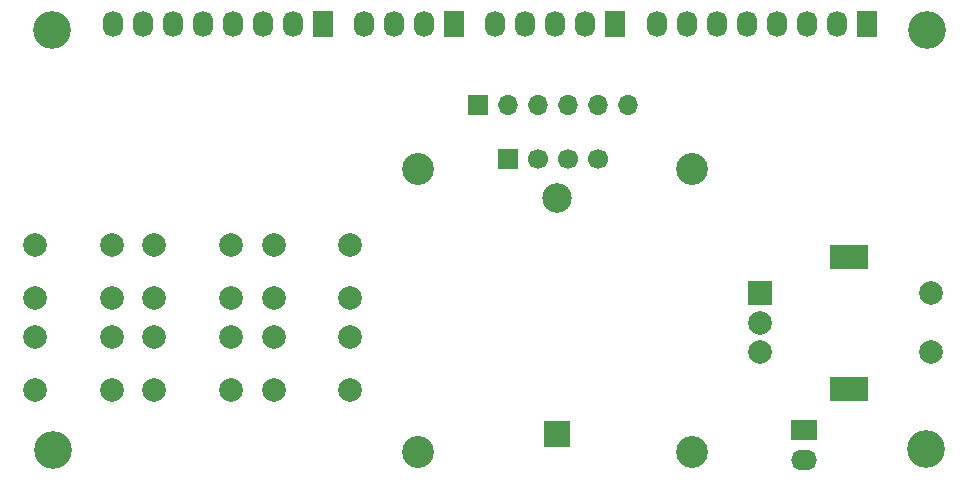
<source format=gbr>
G04 #@! TF.GenerationSoftware,KiCad,Pcbnew,(5.1.7)-1*
G04 #@! TF.CreationDate,2020-11-03T16:32:40+01:00*
G04 #@! TF.ProjectId,Timer,54696d65-722e-46b6-9963-61645f706362,rev?*
G04 #@! TF.SameCoordinates,Original*
G04 #@! TF.FileFunction,Soldermask,Bot*
G04 #@! TF.FilePolarity,Negative*
%FSLAX46Y46*%
G04 Gerber Fmt 4.6, Leading zero omitted, Abs format (unit mm)*
G04 Created by KiCad (PCBNEW (5.1.7)-1) date 2020-11-03 16:32:40*
%MOMM*%
%LPD*%
G01*
G04 APERTURE LIST*
%ADD10O,1.700000X2.200000*%
%ADD11R,1.700000X2.200000*%
%ADD12C,2.000000*%
%ADD13C,2.700000*%
%ADD14R,1.700000X1.700000*%
%ADD15C,1.700000*%
%ADD16R,2.000000X2.000000*%
%ADD17R,3.200000X2.000000*%
%ADD18O,2.200000X1.700000*%
%ADD19R,2.200000X1.700000*%
%ADD20O,1.700000X1.700000*%
%ADD21C,3.200000*%
%ADD22C,2.500000*%
%ADD23R,2.170000X2.170000*%
G04 APERTURE END LIST*
D10*
X167195500Y-58928000D03*
X164655500Y-58928000D03*
X169735500Y-58928000D03*
X172275500Y-58928000D03*
X174815500Y-58928000D03*
X177355500Y-58928000D03*
X179895500Y-58928000D03*
D11*
X182435500Y-58928000D03*
D12*
X132218000Y-89902000D03*
X132218000Y-85402000D03*
X138718000Y-89902000D03*
X138718000Y-85402000D03*
X122107000Y-89902000D03*
X122107000Y-85402000D03*
X128607000Y-89902000D03*
X128607000Y-85402000D03*
X111996000Y-89902000D03*
X111996000Y-85402000D03*
X118496000Y-89902000D03*
X118496000Y-85402000D03*
X132218000Y-82080000D03*
X132218000Y-77580000D03*
X138718000Y-82080000D03*
X138718000Y-77580000D03*
X122107000Y-82080000D03*
X122107000Y-77580000D03*
X128607000Y-82080000D03*
X128607000Y-77580000D03*
X111996000Y-82080000D03*
X111996000Y-77580000D03*
X118496000Y-82080000D03*
X118496000Y-77580000D03*
D13*
X144443600Y-71150000D03*
X167643600Y-95150000D03*
X144443600Y-95150000D03*
X167643600Y-71150000D03*
D14*
X152043600Y-70350000D03*
D15*
X154583600Y-70350000D03*
X157123600Y-70350000D03*
X159663600Y-70350000D03*
D16*
X173400000Y-81700000D03*
D12*
X173400000Y-84200000D03*
X173400000Y-86700000D03*
D17*
X180900000Y-78600000D03*
X180900000Y-89800000D03*
D12*
X187900000Y-81700000D03*
X187900000Y-86700000D03*
D18*
X177115800Y-95862000D03*
D19*
X177115800Y-93322000D03*
D10*
X121158000Y-58928000D03*
X118618000Y-58928000D03*
X123698000Y-58928000D03*
X126238000Y-58928000D03*
X128778000Y-58928000D03*
X131318000Y-58928000D03*
X133858000Y-58928000D03*
D11*
X136398000Y-58928000D03*
D10*
X139852400Y-58928000D03*
X142392400Y-58928000D03*
X144932400Y-58928000D03*
D11*
X147472400Y-58928000D03*
D10*
X150926800Y-58928000D03*
X153466800Y-58928000D03*
X156006800Y-58928000D03*
X158546800Y-58928000D03*
D11*
X161086800Y-58928000D03*
D20*
X162204400Y-65786000D03*
X159664400Y-65786000D03*
X157124400Y-65786000D03*
X154584400Y-65786000D03*
X152044400Y-65786000D03*
D14*
X149504400Y-65786000D03*
D21*
X187452000Y-94894400D03*
X187500000Y-59400000D03*
X113500000Y-94996000D03*
X113450000Y-59400000D03*
D22*
X156225000Y-73609200D03*
D23*
X156225000Y-93609200D03*
M02*

</source>
